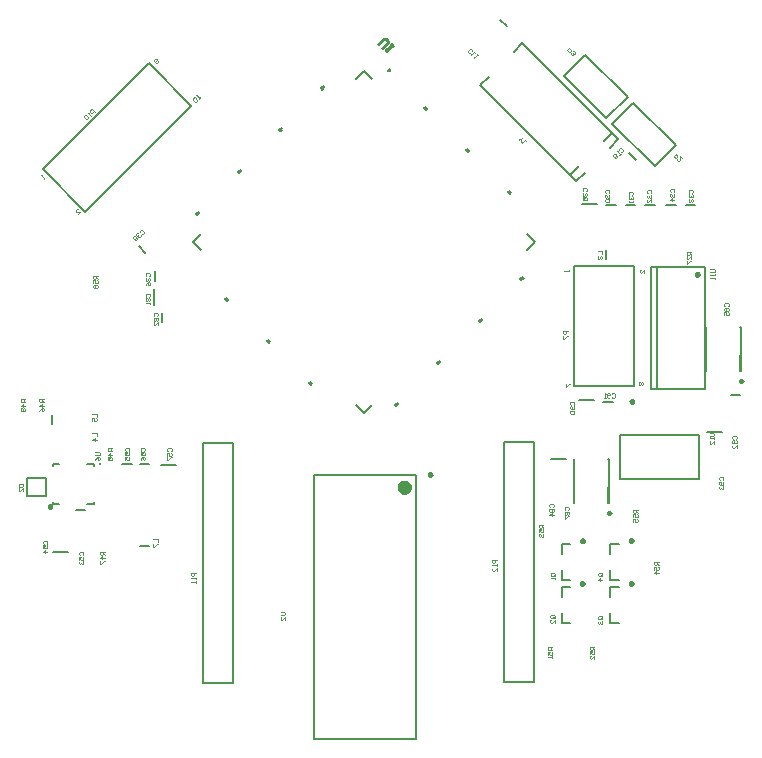
<source format=gbr>
%FSDAX24Y24*%
%MOIN*%
%SFA1B1*%

%IPPOS*%
%ADD27C,0.010000*%
%ADD60C,0.006000*%
%ADD61C,0.023600*%
%ADD62C,0.009800*%
%ADD63C,0.003900*%
%ADD64C,0.007900*%
%ADD65C,0.010000*%
%ADD66C,0.003000*%
%ADD70C,0.005000*%
%LNde-020717_legend_bot-1*%
%LPD*%
G54D60*
X013898Y023095D02*
D01*
X013897Y023097*
X013897Y023099*
X013897Y023101*
X013896Y023103*
X013896Y023105*
X013895Y023107*
X013894Y023109*
X013893Y023110*
X013892Y023112*
X013890Y023114*
X013889Y023115*
X013888Y023117*
X013886Y023118*
X013884Y023119*
X013883Y023120*
X013881Y023121*
X013879Y023122*
X013877Y023123*
X013875Y023124*
X013873Y023124*
X013871Y023124*
X013869Y023124*
X013866*
X013864Y023124*
X013862Y023124*
X013860Y023124*
X013858Y023123*
X013856Y023122*
X013854Y023121*
X013853Y023120*
X013851Y023119*
X013849Y023118*
X013847Y023117*
X013846Y023115*
X013845Y023114*
X013843Y023112*
X013842Y023110*
X013841Y023109*
X013840Y023107*
X013839Y023105*
X013839Y023103*
X013838Y023101*
X013838Y023099*
X013838Y023097*
X013838Y023095*
X013838Y023092*
X013838Y023090*
X013838Y023088*
X013839Y023086*
X013839Y023084*
X013840Y023082*
X013841Y023080*
X013842Y023079*
X013843Y023077*
X013845Y023075*
X013846Y023074*
X013847Y023072*
X013849Y023071*
X013851Y023070*
X013853Y023069*
X013854Y023068*
X013856Y023067*
X013858Y023066*
X013860Y023065*
X013862Y023065*
X013864Y023065*
X013866Y023065*
X013869*
X013871Y023065*
X013873Y023065*
X013875Y023065*
X013877Y023066*
X013879Y023067*
X013881Y023068*
X013883Y023069*
X013884Y023070*
X013886Y023071*
X013888Y023072*
X013889Y023074*
X013890Y023075*
X013892Y023077*
X013893Y023079*
X013894Y023080*
X013895Y023082*
X013896Y023084*
X013896Y023086*
X013897Y023088*
X013897Y023090*
X013897Y023092*
X013898Y023095*
X007323Y017373D02*
X007593Y017103D01*
X013017Y011679D02*
X013287Y011949D01*
X018442Y017643D02*
X018712Y017373D01*
X013017Y023067D02*
X013287Y022797D01*
X007323Y017373D02*
X007593Y017643D01*
X012748Y011949D02*
X013017Y011679D01*
X018442Y017103D02*
X018712Y017373D01*
X012748Y022797D02*
X013017Y023067D01*
G54D61*
X014477Y009196D02*
D01*
X014476Y009204*
X014475Y009212*
X014474Y009220*
X014472Y009228*
X014469Y009236*
X014466Y009243*
X014463Y009251*
X014459Y009258*
X014454Y009265*
X014449Y009271*
X014443Y009277*
X014437Y009283*
X014431Y009288*
X014424Y009293*
X014418Y009298*
X014410Y009302*
X014403Y009305*
X014395Y009308*
X014387Y009310*
X014379Y009312*
X014371Y009313*
X014363Y009313*
X014354*
X014346Y009313*
X014338Y009312*
X014330Y009310*
X014322Y009308*
X014314Y009305*
X014307Y009302*
X014300Y009298*
X014293Y009293*
X014286Y009288*
X014280Y009283*
X014274Y009277*
X014268Y009271*
X014263Y009265*
X014258Y009258*
X014254Y009251*
X014251Y009243*
X014248Y009236*
X014245Y009228*
X014243Y009220*
X014242Y009212*
X014241Y009204*
X014241Y009196*
X014241Y009187*
X014242Y009179*
X014243Y009171*
X014245Y009163*
X014248Y009155*
X014251Y009148*
X014254Y009140*
X014258Y009133*
X014263Y009126*
X014268Y009120*
X014274Y009114*
X014280Y009108*
X014286Y009103*
X014293Y009098*
X014300Y009093*
X014307Y009089*
X014314Y009086*
X014322Y009083*
X014330Y009081*
X014338Y009079*
X014346Y009078*
X014354Y009078*
X014363*
X014371Y009078*
X014379Y009079*
X014387Y009081*
X014395Y009083*
X014403Y009086*
X014410Y009089*
X014418Y009093*
X014424Y009098*
X014431Y009103*
X014437Y009108*
X014443Y009114*
X014449Y009120*
X014454Y009126*
X014459Y009133*
X014463Y009140*
X014466Y009148*
X014469Y009155*
X014472Y009163*
X014474Y009171*
X014475Y009179*
X014476Y009187*
X014477Y009196*
G54D62*
X015275Y009609D02*
D01*
X015274Y009612*
X015274Y009615*
X015273Y009619*
X015273Y009622*
X015272Y009625*
X015270Y009628*
X015269Y009632*
X015267Y009634*
X015265Y009637*
X015263Y009640*
X015261Y009643*
X015258Y009645*
X015256Y009647*
X015253Y009649*
X015250Y009651*
X015247Y009653*
X015244Y009654*
X015241Y009655*
X015237Y009656*
X015234Y009657*
X015231Y009657*
X015227Y009657*
X015224*
X015220Y009657*
X015217Y009657*
X015214Y009656*
X015210Y009655*
X015207Y009654*
X015204Y009653*
X015201Y009651*
X015198Y009649*
X015195Y009647*
X015193Y009645*
X015190Y009643*
X015188Y009640*
X015186Y009637*
X015184Y009634*
X015182Y009632*
X015181Y009628*
X015179Y009625*
X015178Y009622*
X015178Y009619*
X015177Y009615*
X015177Y009612*
X015177Y009609*
X015177Y009605*
X015177Y009602*
X015178Y009598*
X015178Y009595*
X015179Y009592*
X015181Y009589*
X015182Y009585*
X015184Y009583*
X015186Y009580*
X015188Y009577*
X015190Y009574*
X015193Y009572*
X015195Y009570*
X015198Y009568*
X015201Y009566*
X015204Y009564*
X015207Y009563*
X015210Y009562*
X015214Y009561*
X015217Y009560*
X015220Y009560*
X015224Y009560*
X015227*
X015231Y009560*
X015234Y009560*
X015237Y009561*
X015241Y009562*
X015244Y009563*
X015247Y009564*
X015250Y009566*
X015253Y009568*
X015256Y009570*
X015258Y009572*
X015261Y009574*
X015263Y009577*
X015265Y009580*
X015267Y009583*
X015269Y009585*
X015270Y009589*
X015272Y009592*
X015273Y009595*
X015273Y009598*
X015274Y009602*
X015274Y009605*
X015275Y009609*
X022004Y012060D02*
D01*
X022003Y012063*
X022003Y012066*
X022002Y012070*
X022002Y012073*
X022001Y012076*
X021999Y012079*
X021998Y012083*
X021996Y012085*
X021994Y012088*
X021992Y012091*
X021990Y012094*
X021987Y012096*
X021985Y012098*
X021982Y012100*
X021979Y012102*
X021976Y012104*
X021973Y012105*
X021970Y012106*
X021966Y012107*
X021963Y012108*
X021960Y012108*
X021956Y012108*
X021953*
X021949Y012108*
X021946Y012108*
X021943Y012107*
X021939Y012106*
X021936Y012105*
X021933Y012104*
X021930Y012102*
X021927Y012100*
X021924Y012098*
X021922Y012096*
X021919Y012094*
X021917Y012091*
X021915Y012088*
X021913Y012085*
X021911Y012083*
X021910Y012079*
X021908Y012076*
X021907Y012073*
X021907Y012070*
X021906Y012066*
X021906Y012063*
X021906Y012060*
X021906Y012056*
X021906Y012053*
X021907Y012049*
X021907Y012046*
X021908Y012043*
X021910Y012040*
X021911Y012036*
X021913Y012034*
X021915Y012031*
X021917Y012028*
X021919Y012025*
X021922Y012023*
X021924Y012021*
X021927Y012019*
X021930Y012017*
X021933Y012015*
X021936Y012014*
X021939Y012013*
X021943Y012012*
X021946Y012011*
X021949Y012011*
X021953Y012011*
X021956*
X021960Y012011*
X021963Y012011*
X021966Y012012*
X021970Y012013*
X021973Y012014*
X021976Y012015*
X021979Y012017*
X021982Y012019*
X021985Y012021*
X021987Y012023*
X021990Y012025*
X021992Y012028*
X021994Y012031*
X021996Y012034*
X021998Y012036*
X021999Y012040*
X022001Y012043*
X022002Y012046*
X022002Y012049*
X022003Y012053*
X022003Y012056*
X022004Y012060*
X024182Y016291D02*
D01*
X024181Y016294*
X024181Y016297*
X024180Y016301*
X024180Y016304*
X024179Y016307*
X024177Y016310*
X024176Y016314*
X024174Y016316*
X024172Y016319*
X024170Y016322*
X024168Y016325*
X024165Y016327*
X024163Y016329*
X024160Y016331*
X024157Y016333*
X024154Y016335*
X024151Y016336*
X024148Y016337*
X024144Y016338*
X024141Y016339*
X024138Y016339*
X024134Y016339*
X024131*
X024127Y016339*
X024124Y016339*
X024121Y016338*
X024117Y016337*
X024114Y016336*
X024111Y016335*
X024108Y016333*
X024105Y016331*
X024102Y016329*
X024100Y016327*
X024097Y016325*
X024095Y016322*
X024093Y016319*
X024091Y016316*
X024089Y016314*
X024088Y016310*
X024086Y016307*
X024085Y016304*
X024085Y016301*
X024084Y016297*
X024084Y016294*
X024084Y016291*
X024084Y016287*
X024084Y016284*
X024085Y016280*
X024085Y016277*
X024086Y016274*
X024088Y016271*
X024089Y016267*
X024091Y016265*
X024093Y016262*
X024095Y016259*
X024097Y016256*
X024100Y016254*
X024102Y016252*
X024105Y016250*
X024108Y016248*
X024111Y016246*
X024114Y016245*
X024117Y016244*
X024121Y016243*
X024124Y016242*
X024127Y016242*
X024131Y016242*
X024134*
X024138Y016242*
X024141Y016242*
X024144Y016243*
X024148Y016244*
X024151Y016245*
X024154Y016246*
X024157Y016248*
X024160Y016250*
X024163Y016252*
X024165Y016254*
X024168Y016256*
X024170Y016259*
X024172Y016262*
X024174Y016265*
X024176Y016267*
X024177Y016271*
X024179Y016274*
X024180Y016277*
X024180Y016280*
X024181Y016284*
X024181Y016287*
X024182Y016291*
X021976Y007409D02*
D01*
X021975Y007412*
X021975Y007415*
X021974Y007419*
X021974Y007422*
X021973Y007425*
X021971Y007428*
X021970Y007432*
X021968Y007434*
X021966Y007437*
X021964Y007440*
X021962Y007443*
X021959Y007445*
X021957Y007447*
X021954Y007449*
X021951Y007451*
X021948Y007453*
X021945Y007454*
X021942Y007455*
X021938Y007456*
X021935Y007457*
X021932Y007457*
X021928Y007457*
X021925*
X021921Y007457*
X021918Y007457*
X021915Y007456*
X021911Y007455*
X021908Y007454*
X021905Y007453*
X021902Y007451*
X021899Y007449*
X021896Y007447*
X021894Y007445*
X021891Y007443*
X021889Y007440*
X021887Y007437*
X021885Y007434*
X021883Y007432*
X021882Y007428*
X021880Y007425*
X021879Y007422*
X021879Y007419*
X021878Y007415*
X021878Y007412*
X021878Y007409*
X021878Y007405*
X021878Y007402*
X021879Y007398*
X021879Y007395*
X021880Y007392*
X021882Y007389*
X021883Y007385*
X021885Y007383*
X021887Y007380*
X021889Y007377*
X021891Y007374*
X021894Y007372*
X021896Y007370*
X021899Y007368*
X021902Y007366*
X021905Y007364*
X021908Y007363*
X021911Y007362*
X021915Y007361*
X021918Y007360*
X021921Y007360*
X021925Y007360*
X021928*
X021932Y007360*
X021935Y007360*
X021938Y007361*
X021942Y007362*
X021945Y007363*
X021948Y007364*
X021951Y007366*
X021954Y007368*
X021957Y007370*
X021959Y007372*
X021962Y007374*
X021964Y007377*
X021966Y007380*
X021968Y007383*
X021970Y007385*
X021971Y007389*
X021973Y007392*
X021974Y007395*
X021974Y007398*
X021975Y007402*
X021975Y007405*
X021976Y007409*
Y005983D02*
D01*
X021975Y005986*
X021975Y005989*
X021974Y005993*
X021974Y005996*
X021973Y005999*
X021971Y006002*
X021970Y006006*
X021968Y006008*
X021966Y006011*
X021964Y006014*
X021962Y006017*
X021959Y006019*
X021957Y006021*
X021954Y006023*
X021951Y006025*
X021948Y006027*
X021945Y006028*
X021942Y006029*
X021938Y006030*
X021935Y006031*
X021932Y006031*
X021928Y006031*
X021925*
X021921Y006031*
X021918Y006031*
X021915Y006030*
X021911Y006029*
X021908Y006028*
X021905Y006027*
X021902Y006025*
X021899Y006023*
X021896Y006021*
X021894Y006019*
X021891Y006017*
X021889Y006014*
X021887Y006011*
X021885Y006008*
X021883Y006006*
X021882Y006002*
X021880Y005999*
X021879Y005996*
X021879Y005993*
X021878Y005989*
X021878Y005986*
X021878Y005983*
X021878Y005979*
X021878Y005976*
X021879Y005972*
X021879Y005969*
X021880Y005966*
X021882Y005963*
X021883Y005959*
X021885Y005957*
X021887Y005954*
X021889Y005951*
X021891Y005948*
X021894Y005946*
X021896Y005944*
X021899Y005942*
X021902Y005940*
X021905Y005938*
X021908Y005937*
X021911Y005936*
X021915Y005935*
X021918Y005934*
X021921Y005934*
X021925Y005934*
X021928*
X021932Y005934*
X021935Y005934*
X021938Y005935*
X021942Y005936*
X021945Y005937*
X021948Y005938*
X021951Y005940*
X021954Y005942*
X021957Y005944*
X021959Y005946*
X021962Y005948*
X021964Y005951*
X021966Y005954*
X021968Y005957*
X021970Y005959*
X021971Y005963*
X021973Y005966*
X021974Y005969*
X021974Y005972*
X021975Y005976*
X021975Y005979*
X021976Y005983*
X020349D02*
D01*
X020348Y005986*
X020348Y005989*
X020347Y005993*
X020347Y005996*
X020346Y005999*
X020344Y006002*
X020343Y006006*
X020341Y006008*
X020339Y006011*
X020337Y006014*
X020335Y006017*
X020332Y006019*
X020330Y006021*
X020327Y006023*
X020324Y006025*
X020321Y006027*
X020318Y006028*
X020315Y006029*
X020311Y006030*
X020308Y006031*
X020305Y006031*
X020301Y006031*
X020298*
X020294Y006031*
X020291Y006031*
X020288Y006030*
X020284Y006029*
X020281Y006028*
X020278Y006027*
X020275Y006025*
X020272Y006023*
X020269Y006021*
X020267Y006019*
X020264Y006017*
X020262Y006014*
X020260Y006011*
X020258Y006008*
X020256Y006006*
X020255Y006002*
X020253Y005999*
X020252Y005996*
X020252Y005993*
X020251Y005989*
X020251Y005986*
X020251Y005983*
X020251Y005979*
X020251Y005976*
X020252Y005972*
X020252Y005969*
X020253Y005966*
X020255Y005963*
X020256Y005959*
X020258Y005957*
X020260Y005954*
X020262Y005951*
X020264Y005948*
X020267Y005946*
X020269Y005944*
X020272Y005942*
X020275Y005940*
X020278Y005938*
X020281Y005937*
X020284Y005936*
X020288Y005935*
X020291Y005934*
X020294Y005934*
X020298Y005934*
X020301*
X020305Y005934*
X020308Y005934*
X020311Y005935*
X020315Y005936*
X020318Y005937*
X020321Y005938*
X020324Y005940*
X020327Y005942*
X020330Y005944*
X020332Y005946*
X020335Y005948*
X020337Y005951*
X020339Y005954*
X020341Y005957*
X020343Y005959*
X020344Y005963*
X020346Y005966*
X020347Y005969*
X020347Y005972*
X020348Y005976*
X020348Y005979*
X020349Y005983*
X020363Y007409D02*
D01*
X020362Y007412*
X020362Y007415*
X020361Y007419*
X020361Y007422*
X020360Y007425*
X020358Y007428*
X020357Y007432*
X020355Y007434*
X020353Y007437*
X020351Y007440*
X020349Y007443*
X020346Y007445*
X020344Y007447*
X020341Y007449*
X020338Y007451*
X020335Y007453*
X020332Y007454*
X020329Y007455*
X020325Y007456*
X020322Y007457*
X020319Y007457*
X020315Y007457*
X020312*
X020308Y007457*
X020305Y007457*
X020302Y007456*
X020298Y007455*
X020295Y007454*
X020292Y007453*
X020289Y007451*
X020286Y007449*
X020283Y007447*
X020281Y007445*
X020278Y007443*
X020276Y007440*
X020274Y007437*
X020272Y007434*
X020270Y007432*
X020269Y007428*
X020267Y007425*
X020266Y007422*
X020266Y007419*
X020265Y007415*
X020265Y007412*
X020265Y007409*
X020265Y007405*
X020265Y007402*
X020266Y007398*
X020266Y007395*
X020267Y007392*
X020269Y007389*
X020270Y007385*
X020272Y007383*
X020274Y007380*
X020276Y007377*
X020278Y007374*
X020281Y007372*
X020283Y007370*
X020286Y007368*
X020289Y007366*
X020292Y007364*
X020295Y007363*
X020298Y007362*
X020302Y007361*
X020305Y007360*
X020308Y007360*
X020312Y007360*
X020315*
X020319Y007360*
X020322Y007360*
X020325Y007361*
X020329Y007362*
X020332Y007363*
X020335Y007364*
X020338Y007366*
X020341Y007368*
X020344Y007370*
X020346Y007372*
X020349Y007374*
X020351Y007377*
X020353Y007380*
X020355Y007383*
X020357Y007385*
X020358Y007389*
X020360Y007392*
X020361Y007395*
X020361Y007398*
X020362Y007402*
X020362Y007405*
X020363Y007409*
X002606Y008556D02*
D01*
X002605Y008559*
X002605Y008562*
X002604Y008566*
X002604Y008569*
X002603Y008572*
X002601Y008575*
X002600Y008579*
X002598Y008581*
X002596Y008584*
X002594Y008587*
X002592Y008590*
X002589Y008592*
X002587Y008594*
X002584Y008596*
X002581Y008598*
X002578Y008600*
X002575Y008601*
X002572Y008602*
X002568Y008603*
X002565Y008604*
X002562Y008604*
X002558Y008604*
X002555*
X002551Y008604*
X002548Y008604*
X002545Y008603*
X002541Y008602*
X002538Y008601*
X002535Y008600*
X002532Y008598*
X002529Y008596*
X002526Y008594*
X002524Y008592*
X002521Y008590*
X002519Y008587*
X002517Y008584*
X002515Y008581*
X002513Y008579*
X002512Y008575*
X002510Y008572*
X002509Y008569*
X002509Y008566*
X002508Y008562*
X002508Y008559*
X002508Y008556*
X002508Y008552*
X002508Y008549*
X002509Y008545*
X002509Y008542*
X002510Y008539*
X002512Y008536*
X002513Y008532*
X002515Y008530*
X002517Y008527*
X002519Y008524*
X002521Y008521*
X002524Y008519*
X002526Y008517*
X002529Y008515*
X002532Y008513*
X002535Y008511*
X002538Y008510*
X002541Y008509*
X002545Y008508*
X002548Y008507*
X002551Y008507*
X002555Y008507*
X002558*
X002562Y008507*
X002565Y008507*
X002568Y008508*
X002572Y008509*
X002575Y008510*
X002578Y008511*
X002581Y008513*
X002584Y008515*
X002587Y008517*
X002589Y008519*
X002592Y008521*
X002594Y008524*
X002596Y008527*
X002598Y008530*
X002600Y008532*
X002601Y008536*
X002603Y008539*
X002604Y008542*
X002604Y008545*
X002605Y008549*
X002605Y008552*
X002606Y008556*
X021240Y008337D02*
D01*
X021239Y008340*
X021239Y008343*
X021238Y008347*
X021238Y008350*
X021237Y008353*
X021235Y008356*
X021234Y008360*
X021232Y008362*
X021230Y008365*
X021228Y008368*
X021226Y008371*
X021223Y008373*
X021221Y008375*
X021218Y008377*
X021215Y008379*
X021212Y008381*
X021209Y008382*
X021206Y008383*
X021202Y008384*
X021199Y008385*
X021196Y008385*
X021192Y008385*
X021189*
X021185Y008385*
X021182Y008385*
X021179Y008384*
X021175Y008383*
X021172Y008382*
X021169Y008381*
X021166Y008379*
X021163Y008377*
X021160Y008375*
X021158Y008373*
X021155Y008371*
X021153Y008368*
X021151Y008365*
X021149Y008362*
X021147Y008360*
X021146Y008356*
X021144Y008353*
X021143Y008350*
X021143Y008347*
X021142Y008343*
X021142Y008340*
X021142Y008337*
X021142Y008333*
X021142Y008330*
X021143Y008326*
X021143Y008323*
X021144Y008320*
X021146Y008317*
X021147Y008313*
X021149Y008311*
X021151Y008308*
X021153Y008305*
X021155Y008302*
X021158Y008300*
X021160Y008298*
X021163Y008296*
X021166Y008294*
X021169Y008292*
X021172Y008291*
X021175Y008290*
X021179Y008289*
X021182Y008288*
X021185Y008288*
X021189Y008288*
X021192*
X021196Y008288*
X021199Y008288*
X021202Y008289*
X021206Y008290*
X021209Y008291*
X021212Y008292*
X021215Y008294*
X021218Y008296*
X021221Y008298*
X021223Y008300*
X021226Y008302*
X021228Y008305*
X021230Y008308*
X021232Y008311*
X021234Y008313*
X021235Y008317*
X021237Y008320*
X021238Y008323*
X021238Y008326*
X021239Y008330*
X021239Y008333*
X021240Y008337*
X025640Y012737D02*
D01*
X025639Y012740*
X025639Y012743*
X025638Y012747*
X025638Y012750*
X025637Y012753*
X025635Y012756*
X025634Y012760*
X025632Y012762*
X025630Y012765*
X025628Y012768*
X025626Y012771*
X025623Y012773*
X025621Y012775*
X025618Y012777*
X025615Y012779*
X025612Y012781*
X025609Y012782*
X025606Y012783*
X025602Y012784*
X025599Y012785*
X025596Y012785*
X025592Y012785*
X025589*
X025585Y012785*
X025582Y012785*
X025579Y012784*
X025575Y012783*
X025572Y012782*
X025569Y012781*
X025566Y012779*
X025563Y012777*
X025560Y012775*
X025558Y012773*
X025555Y012771*
X025553Y012768*
X025551Y012765*
X025549Y012762*
X025547Y012760*
X025546Y012756*
X025544Y012753*
X025543Y012750*
X025543Y012747*
X025542Y012743*
X025542Y012740*
X025542Y012737*
X025542Y012733*
X025542Y012730*
X025543Y012726*
X025543Y012723*
X025544Y012720*
X025546Y012717*
X025547Y012713*
X025549Y012711*
X025551Y012708*
X025553Y012705*
X025555Y012702*
X025558Y012700*
X025560Y012698*
X025563Y012696*
X025566Y012694*
X025569Y012692*
X025572Y012691*
X025575Y012690*
X025579Y012689*
X025582Y012688*
X025585Y012688*
X025589Y012688*
X025592*
X025596Y012688*
X025599Y012688*
X025602Y012689*
X025606Y012690*
X025609Y012691*
X025612Y012692*
X025615Y012694*
X025618Y012696*
X025621Y012698*
X025623Y012700*
X025626Y012702*
X025628Y012705*
X025630Y012708*
X025632Y012711*
X025634Y012713*
X025635Y012717*
X025637Y012720*
X025638Y012723*
X025638Y012726*
X025639Y012730*
X025639Y012733*
X025640Y012737*
G54D63*
X004226Y009979D02*
D01*
X004225Y009980*
X004225Y009981*
X004225Y009983*
X004225Y009984*
X004224Y009985*
X004224Y009987*
X004223Y009988*
X004222Y009989*
X004222Y009990*
X004221Y009991*
X004220Y009992*
X004219Y009993*
X004218Y009994*
X004217Y009995*
X004216Y009996*
X004214Y009996*
X004213Y009997*
X004212Y009998*
X004210Y009998*
X004209Y009998*
X004208Y009998*
X004206Y009998*
X004205*
X004203Y009998*
X004202Y009998*
X004201Y009998*
X004199Y009998*
X004198Y009997*
X004197Y009996*
X004196Y009996*
X004194Y009995*
X004193Y009994*
X004192Y009993*
X004191Y009992*
X004190Y009991*
X004189Y009990*
X004189Y009989*
X004188Y009988*
X004187Y009987*
X004187Y009985*
X004186Y009984*
X004186Y009983*
X004186Y009981*
X004186Y009980*
X004186Y009979*
X004186Y009977*
X004186Y009976*
X004186Y009974*
X004186Y009973*
X004187Y009972*
X004187Y009970*
X004188Y009969*
X004189Y009968*
X004189Y009967*
X004190Y009966*
X004191Y009965*
X004192Y009964*
X004193Y009963*
X004194Y009962*
X004196Y009961*
X004197Y009961*
X004198Y009960*
X004199Y009959*
X004201Y009959*
X004202Y009959*
X004203Y009959*
X004205Y009959*
X004206*
X004208Y009959*
X004209Y009959*
X004210Y009959*
X004212Y009959*
X004213Y009960*
X004214Y009961*
X004216Y009961*
X004217Y009962*
X004218Y009963*
X004219Y009964*
X004220Y009965*
X004221Y009966*
X004222Y009967*
X004222Y009968*
X004223Y009969*
X004224Y009970*
X004224Y009972*
X004225Y009973*
X004225Y009974*
X004225Y009976*
X004225Y009977*
X004226Y009979*
G54D64*
X002322Y019793D02*
X005857Y023328D01*
X003736Y018379D02*
X007271Y021914D01*
X002322Y019793D02*
X003736Y018379D01*
X005857Y023328D02*
X007271Y021914D01*
X018700Y002700D02*
Y010700D01*
X017700Y002700D02*
X018700D01*
X017700D02*
Y010700D01*
X018700*
X011367Y000810D02*
X014753D01*
X011367Y009590D02*
X014753D01*
X011367Y000810D02*
Y009590D01*
X014753Y000810D02*
Y009590D01*
X008670Y002660D02*
Y010660D01*
X007670Y002660D02*
X008670D01*
X007670Y010660D02*
Y002660D01*
Y010660D02*
X008670D01*
X021081Y016793D02*
Y017107D01*
X005543Y007231D02*
X005857D01*
X002631Y011293D02*
Y011607D01*
X019896Y019612D02*
X020174Y019890D01*
X021010Y020726D02*
X021288Y021004D01*
X016903Y022605D02*
X017182Y022883D01*
X020105Y019403D02*
X020383Y019682D01*
X021218Y020517D02*
X021497Y020795D01*
X016903Y022605D02*
X020105Y019403D01*
X018017Y023718D02*
X018295Y023997D01*
X021497Y020795*
X021541Y009482D02*
Y010938D01*
X024179*
Y009482*
X021541D02*
X024179D01*
X022578Y012453D02*
Y016547D01*
Y012453D02*
X024389D01*
Y016547*
X022578D02*
X024389D01*
X022775Y012453D02*
Y016547D01*
X004009Y009910D02*
Y009979D01*
X003802D02*
X004009D01*
Y008621D02*
Y008690D01*
X003802Y008621D02*
X004009D01*
X002651Y008690D02*
Y008621D01*
X002858*
X002651Y009910D02*
Y009979D01*
X002858*
X021238Y006424D02*
Y006109D01*
X021513*
X021238Y006976D02*
Y007291D01*
X021513*
X021238Y004683D02*
Y004998D01*
Y004683D02*
X021513D01*
X021238Y005550D02*
Y005865D01*
X021513*
X019611Y004683D02*
Y004998D01*
Y004683D02*
X019887D01*
X019611Y005550D02*
Y005865D01*
X019887*
X019624Y006109D02*
Y006424D01*
Y006109D02*
X019900D01*
X019624Y006976D02*
Y007291D01*
X019900*
X020393Y023614D02*
X021807Y022200D01*
X021100Y021493D02*
X021807Y022200D01*
X019686Y022907D02*
X021100Y021493D01*
X019686Y022907D02*
X020393Y023614D01*
X021293Y021300D02*
X022707Y019886D01*
X021293Y021300D02*
X022000Y022007D01*
X023414Y020593*
X022707Y019886D02*
X023414Y020593D01*
X001785Y008893D02*
X002415D01*
Y009507*
X001785Y008893D02*
Y009507D01*
X002415*
X019244Y010148D02*
X019756D01*
X024444Y011048D02*
X024956D01*
X025243Y012269D02*
X025557D01*
X020993Y012049D02*
X021307D01*
X020174Y012088D02*
X020686D01*
X021171Y009203D02*
Y008672D01*
Y010128D02*
X021191D01*
X020029Y008672D02*
Y009203D01*
X020009Y010128D02*
X020029D01*
X021191Y008672D02*
Y010128D01*
X020009Y008672D02*
Y010128D01*
X025571Y013603D02*
Y013072D01*
Y014528D02*
X025591D01*
X024429Y013072D02*
Y013603D01*
X024409Y014528D02*
X024429D01*
X025591D02*
Y013072D01*
X024409Y014528D02*
Y013072D01*
X006281Y014693D02*
Y015007D01*
X006032Y015284D02*
Y015796D01*
X006244Y009948D02*
X006756D01*
X005543Y009969D02*
X005857D01*
X004963D02*
X005277D01*
X002644Y007052D02*
X003156D01*
X003423Y008419D02*
X003737D01*
X005515Y017238D02*
X005738Y017015D01*
X006041Y016073D02*
Y016387D01*
X020294Y018648D02*
X020806D01*
X023093Y018595D02*
X023407D01*
X023743D02*
X024057D01*
X022393D02*
X022707D01*
X021743D02*
X022057D01*
X021093D02*
X021407D01*
X021862Y020335D02*
X022085Y020112D01*
X017562Y024785D02*
X017785Y024562D01*
X020030Y012560D02*
X022030D01*
X020030Y016560D02*
X022030D01*
Y012560D02*
Y016560D01*
X020030Y012560D02*
Y016560D01*
G54D65*
X013498Y023968D02*
X013675Y024145D01*
X013745*
X013816Y024074*
Y024003*
X013639Y023827*
X013922Y023968D02*
X013993Y023897D01*
X013957Y023933*
X013745Y023721*
Y023791*
G54D66*
X019810Y014400D02*
X019660D01*
Y014325*
X019685Y014300*
X019735*
X019760Y014325*
Y014400*
X019660Y014250D02*
Y014150D01*
X019685*
X019785Y014250*
X019810*
X003970Y010990D02*
X004120D01*
Y010890*
Y010765D02*
X003970D01*
X004045Y010840*
Y010740*
X004050Y021700D02*
X003944Y021806D01*
X003891Y021753*
Y021718*
X003926Y021682*
X003962*
X004015Y021735*
X003944Y021594D02*
X003909Y021559D01*
X003926Y021576*
X003820Y021682*
X003856*
X003767Y021594D02*
X003732D01*
X003697Y021559*
Y021523*
X003767Y021453*
X003803*
X003838Y021488*
Y021523*
X003767Y021594*
X016562Y023661D02*
X016527D01*
X016492Y023696*
Y023732*
X016562Y023802*
X016598*
X016633Y023767*
Y023732*
X016686Y023714D02*
X016721Y023679D01*
X016704Y023696*
X016598Y023590*
Y023626*
X016774D02*
X016810Y023590D01*
X016792Y023608*
X016686Y023502*
Y023537*
X021521Y020428D02*
Y020463D01*
X021556Y020498*
X021592*
X021662Y020428*
Y020392*
X021627Y020357*
X021592*
X021574Y020304D02*
X021539Y020269D01*
X021556Y020286*
X021450Y020392*
X021486*
X021397Y020304D02*
X021362D01*
X021327Y020269*
Y020233*
X021344Y020216*
X021380*
Y020180*
X021397Y020163*
X021433*
X021468Y020198*
Y020233*
X021450Y020251*
X021415*
Y020286*
X021397Y020304*
X021415Y020251D02*
X021380Y020216D01*
X021075Y019000D02*
X021050Y019025D01*
Y019075*
X021075Y019100*
X021175*
X021200Y019075*
Y019025*
X021175Y019000*
X021075Y018950D02*
X021050Y018925D01*
Y018875*
X021075Y018850*
X021100*
X021125Y018875*
Y018900*
Y018875*
X021150Y018850*
X021175*
X021200Y018875*
Y018925*
X021175Y018950*
X021075Y018800D02*
X021050Y018775D01*
Y018725*
X021075Y018700*
X021175*
X021200Y018725*
Y018775*
X021175Y018800*
X021075*
X021865Y018940D02*
X021840Y018965D01*
Y019015*
X021865Y019040*
X021965*
X021990Y019015*
Y018965*
X021965Y018940*
X021865Y018890D02*
X021840Y018865D01*
Y018815*
X021865Y018790*
X021890*
X021915Y018815*
Y018840*
Y018815*
X021940Y018790*
X021965*
X021990Y018815*
Y018865*
X021965Y018890*
X021990Y018740D02*
Y018690D01*
Y018715*
X021840*
X021865Y018740*
X022475Y018990D02*
X022450Y019015D01*
Y019065*
X022475Y019090*
X022575*
X022600Y019065*
Y019015*
X022575Y018990*
X022475Y018940D02*
X022450Y018915D01*
Y018865*
X022475Y018840*
X022500*
X022525Y018865*
Y018890*
Y018865*
X022550Y018840*
X022575*
X022600Y018865*
Y018915*
X022575Y018940*
X022600Y018690D02*
Y018790D01*
X022500Y018690*
X022475*
X022450Y018715*
Y018765*
X022475Y018790*
X023865Y019010D02*
X023840Y019035D01*
Y019085*
X023865Y019110*
X023965*
X023990Y019085*
Y019035*
X023965Y019010*
X023865Y018960D02*
X023840Y018935D01*
Y018885*
X023865Y018860*
X023890*
X023915Y018885*
Y018910*
Y018885*
X023940Y018860*
X023965*
X023990Y018885*
Y018935*
X023965Y018960*
X023865Y018810D02*
X023840Y018785D01*
Y018735*
X023865Y018710*
X023890*
X023915Y018735*
Y018760*
Y018735*
X023940Y018710*
X023965*
X023990Y018735*
Y018785*
X023965Y018810*
X023245Y019030D02*
X023220Y019055D01*
Y019105*
X023245Y019130*
X023345*
X023370Y019105*
Y019055*
X023345Y019030*
X023245Y018980D02*
X023220Y018955D01*
Y018905*
X023245Y018880*
X023270*
X023295Y018905*
Y018930*
Y018905*
X023320Y018880*
X023345*
X023370Y018905*
Y018955*
X023345Y018980*
X023370Y018755D02*
X023220D01*
X023295Y018830*
Y018730*
X020335Y019060D02*
X020310Y019085D01*
Y019135*
X020335Y019160*
X020435*
X020460Y019135*
Y019085*
X020435Y019060*
X020335Y019010D02*
X020310Y018985D01*
Y018935*
X020335Y018910*
X020360*
X020385Y018935*
Y018960*
Y018935*
X020410Y018910*
X020435*
X020460Y018935*
Y018985*
X020435Y019010*
X020310Y018760D02*
Y018860D01*
X020385*
X020360Y018810*
Y018785*
X020385Y018760*
X020435*
X020460Y018785*
Y018835*
X020435Y018860*
X005765Y016220D02*
X005740Y016245D01*
Y016295*
X005765Y016320*
X005865*
X005890Y016295*
Y016245*
X005865Y016220*
X005765Y016170D02*
X005740Y016145D01*
Y016095*
X005765Y016070*
X005790*
X005815Y016095*
Y016120*
Y016095*
X005840Y016070*
X005865*
X005890Y016095*
Y016145*
X005865Y016170*
X005740Y015920D02*
X005765Y015970D01*
X005815Y016020*
X005865*
X005890Y015995*
Y015945*
X005865Y015920*
X005840*
X005815Y015945*
Y016020*
X005541Y017708D02*
Y017743D01*
X005576Y017778*
X005612*
X005682Y017708*
Y017672*
X005647Y017637*
X005612*
X005506Y017672D02*
X005470D01*
X005435Y017637*
Y017602*
X005453Y017584*
X005488*
X005506Y017602*
X005488Y017584*
Y017549*
X005506Y017531*
X005541*
X005576Y017566*
Y017602*
X005400Y017566D02*
X005364D01*
X005329Y017531*
Y017496*
X005347Y017478*
X005382*
Y017443*
X005400Y017425*
X005435*
X005470Y017460*
Y017496*
X005453Y017513*
X005417*
Y017549*
X005400Y017566*
X005417Y017513D02*
X005382Y017478D01*
X003545Y006930D02*
X003520Y006955D01*
Y007005*
X003545Y007030*
X003645*
X003670Y007005*
Y006955*
X003645Y006930*
X003520Y006780D02*
Y006880D01*
X003595*
X003570Y006830*
Y006805*
X003595Y006780*
X003645*
X003670Y006805*
Y006855*
X003645Y006880*
X003545Y006730D02*
X003520Y006705D01*
Y006655*
X003545Y006630*
X003570*
X003595Y006655*
Y006680*
Y006655*
X003620Y006630*
X003645*
X003670Y006655*
Y006705*
X003645Y006730*
X002345Y007310D02*
X002320Y007335D01*
Y007385*
X002345Y007410*
X002445*
X002470Y007385*
Y007335*
X002445Y007310*
X002320Y007160D02*
Y007260D01*
X002395*
X002370Y007210*
Y007185*
X002395Y007160*
X002445*
X002470Y007185*
Y007235*
X002445Y007260*
X002470Y007035D02*
X002320D01*
X002395Y007110*
Y007010*
X005075Y010410D02*
X005050Y010435D01*
Y010485*
X005075Y010510*
X005175*
X005200Y010485*
Y010435*
X005175Y010410*
X005050Y010260D02*
Y010360D01*
X005125*
X005100Y010310*
Y010285*
X005125Y010260*
X005175*
X005200Y010285*
Y010335*
X005175Y010360*
X005050Y010110D02*
Y010210D01*
X005125*
X005100Y010160*
Y010135*
X005125Y010110*
X005175*
X005200Y010135*
Y010185*
X005175Y010210*
X005605Y010410D02*
X005580Y010435D01*
Y010485*
X005605Y010510*
X005705*
X005730Y010485*
Y010435*
X005705Y010410*
X005580Y010260D02*
Y010360D01*
X005655*
X005630Y010310*
Y010285*
X005655Y010260*
X005705*
X005730Y010285*
Y010335*
X005705Y010360*
X005580Y010110D02*
X005605Y010160D01*
X005655Y010210*
X005705*
X005730Y010185*
Y010135*
X005705Y010110*
X005680*
X005655Y010135*
Y010210*
X006485Y010390D02*
X006460Y010415D01*
Y010465*
X006485Y010490*
X006585*
X006610Y010465*
Y010415*
X006585Y010390*
X006460Y010240D02*
Y010340D01*
X006535*
X006510Y010290*
Y010265*
X006535Y010240*
X006585*
X006610Y010265*
Y010315*
X006585Y010340*
X006460Y010190D02*
Y010090D01*
X006485*
X006585Y010190*
X006610*
X005765Y015550D02*
X005740Y015575D01*
Y015625*
X005765Y015650*
X005865*
X005890Y015625*
Y015575*
X005865Y015550*
X005765Y015500D02*
X005740Y015475D01*
Y015425*
X005765Y015400*
X005790*
X005815Y015425*
X005840Y015400*
X005865*
X005890Y015425*
Y015475*
X005865Y015500*
X005840*
X005815Y015475*
X005790Y015500*
X005765*
X005815Y015475D02*
Y015425D01*
X005890Y015350D02*
Y015300D01*
Y015325*
X005740*
X005765Y015350*
X006035Y014899D02*
X006010Y014924D01*
Y014974*
X006035Y014999*
X006135*
X006160Y014974*
Y014924*
X006135Y014899*
X006035Y014849D02*
X006010Y014824D01*
Y014774*
X006035Y014749*
X006060*
X006085Y014774*
X006110Y014749*
X006135*
X006160Y014774*
Y014824*
X006135Y014849*
X006110*
X006085Y014824*
X006060Y014849*
X006035*
X006085Y014824D02*
Y014774D01*
X006160Y014599D02*
Y014699D01*
X006060Y014599*
X006035*
X006010Y014624*
Y014674*
X006035Y014699*
X025055Y015220D02*
X025030Y015245D01*
Y015295*
X025055Y015320*
X025155*
X025180Y015295*
Y015245*
X025155Y015220*
X025055Y015170D02*
X025030Y015145D01*
Y015095*
X025055Y015070*
X025080*
X025105Y015095*
X025130Y015070*
X025155*
X025180Y015095*
Y015145*
X025155Y015170*
X025130*
X025105Y015145*
X025080Y015170*
X025055*
X025105Y015145D02*
Y015095D01*
X025030Y014920D02*
Y015020D01*
X025105*
X025080Y014970*
Y014945*
X025105Y014920*
X025155*
X025180Y014945*
Y014995*
X025155Y015020*
X019735Y008430D02*
X019710Y008455D01*
Y008505*
X019735Y008530*
X019835*
X019860Y008505*
Y008455*
X019835Y008430*
X019735Y008380D02*
X019710Y008355D01*
Y008305*
X019735Y008280*
X019760*
X019785Y008305*
X019810Y008280*
X019835*
X019860Y008305*
Y008355*
X019835Y008380*
X019810*
X019785Y008355*
X019760Y008380*
X019735*
X019785Y008355D02*
Y008305D01*
X019710Y008230D02*
Y008130D01*
X019735*
X019835Y008230*
X019860*
X019910Y011950D02*
X019885Y011975D01*
Y012025*
X019910Y012050*
X020010*
X020035Y012025*
Y011975*
X020010Y011950*
Y011900D02*
X020035Y011875D01*
Y011825*
X020010Y011800*
X019910*
X019885Y011825*
Y011875*
X019910Y011900*
X019935*
X019960Y011875*
Y011800*
X019910Y011750D02*
X019885Y011725D01*
Y011675*
X019910Y011650*
X020010*
X020035Y011675*
Y011725*
X020010Y011750*
X019910*
X021280Y012305D02*
X021305Y012330D01*
X021355*
X021380Y012305*
Y012205*
X021355Y012180*
X021305*
X021280Y012205*
X021230D02*
X021205Y012180D01*
X021155*
X021130Y012205*
Y012305*
X021155Y012330*
X021205*
X021230Y012305*
Y012280*
X021205Y012255*
X021130*
X021080Y012180D02*
X021030D01*
X021055*
Y012330*
X021080Y012305*
X025315Y010810D02*
X025290Y010835D01*
Y010885*
X025315Y010910*
X025415*
X025440Y010885*
Y010835*
X025415Y010810*
Y010760D02*
X025440Y010735D01*
Y010685*
X025415Y010660*
X025315*
X025290Y010685*
Y010735*
X025315Y010760*
X025340*
X025365Y010735*
Y010660*
X025440Y010510D02*
Y010610D01*
X025340Y010510*
X025315*
X025290Y010535*
Y010585*
X025315Y010610*
X024875Y009430D02*
X024850Y009455D01*
Y009505*
X024875Y009530*
X024975*
X025000Y009505*
Y009455*
X024975Y009430*
Y009380D02*
X025000Y009355D01*
Y009305*
X024975Y009280*
X024875*
X024850Y009305*
Y009355*
X024875Y009380*
X024900*
X024925Y009355*
Y009280*
X024875Y009230D02*
X024850Y009205D01*
Y009155*
X024875Y009130*
X024900*
X024925Y009155*
Y009180*
Y009155*
X024950Y009130*
X024975*
X025000Y009155*
Y009205*
X024975Y009230*
X019225Y008530D02*
X019200Y008555D01*
Y008605*
X019225Y008630*
X019325*
X019350Y008605*
Y008555*
X019325Y008530*
Y008480D02*
X019350Y008455D01*
Y008405*
X019325Y008380*
X019225*
X019200Y008405*
Y008455*
X019225Y008480*
X019250*
X019275Y008455*
Y008380*
X019350Y008255D02*
X019200D01*
X019275Y008330*
Y008230*
X001510Y009310D02*
X001660D01*
Y009235*
X001635Y009210*
X001535*
X001510Y009235*
Y009310*
X001660Y009060D02*
Y009160D01*
X001560Y009060*
X001535*
X001510Y009085*
Y009135*
X001535Y009160*
X023450Y020340D02*
X023344Y020234D01*
X023397Y020181*
X023432*
X023468Y020216*
Y020252*
X023415Y020305*
X023627Y020163D02*
X023556Y020234D01*
Y020093*
X023538Y020075*
X023503*
X023468Y020110*
Y020146*
X019900Y023860D02*
X019794Y023754D01*
X019847Y023701*
X019882*
X019918Y023736*
Y023772*
X019865Y023825*
X019918Y023666D02*
Y023630D01*
X019953Y023595*
X019988*
X020006Y023613*
Y023648*
X019988Y023666*
X020006Y023648*
X020041*
X020059Y023666*
Y023701*
X020024Y023736*
X019988*
X019365Y006230D02*
X019265D01*
X019240Y006255*
Y006305*
X019265Y006330*
X019365*
X019390Y006305*
Y006255*
X019340Y006280D02*
X019390Y006230D01*
Y006255D02*
X019365Y006230D01*
X019390Y006180D02*
Y006130D01*
Y006155*
X019240*
X019265Y006180*
X019355Y004830D02*
X019255D01*
X019230Y004855*
Y004905*
X019255Y004930*
X019355*
X019380Y004905*
Y004855*
X019330Y004880D02*
X019380Y004830D01*
Y004855D02*
X019355Y004830D01*
X019380Y004680D02*
Y004780D01*
X019280Y004680*
X019255*
X019230Y004705*
Y004755*
X019255Y004780*
X020945Y004790D02*
X020845D01*
X020820Y004815*
Y004865*
X020845Y004890*
X020945*
X020970Y004865*
Y004815*
X020920Y004840D02*
X020970Y004790D01*
Y004815D02*
X020945Y004790D01*
X020845Y004740D02*
X020820Y004715D01*
Y004665*
X020845Y004640*
X020870*
X020895Y004665*
Y004690*
Y004665*
X020920Y004640*
X020945*
X020970Y004665*
Y004715*
X020945Y004740*
Y006230D02*
X020845D01*
X020820Y006255*
Y006305*
X020845Y006330*
X020945*
X020970Y006305*
Y006255*
X020920Y006280D02*
X020970Y006230D01*
Y006255D02*
X020945Y006230D01*
X020970Y006105D02*
X020820D01*
X020895Y006180*
Y006080*
X023930Y017050D02*
X023780D01*
Y016975*
X023805Y016950*
X023855*
X023880Y016975*
Y017050*
Y017000D02*
X023930Y016950D01*
Y016800D02*
Y016900D01*
X023830Y016800*
X023805*
X023780Y016825*
Y016875*
X023805Y016900*
X023780Y016750D02*
Y016650D01*
X023805*
X023905Y016750*
X023930*
X004630Y010490D02*
X004480D01*
Y010415*
X004505Y010390*
X004555*
X004580Y010415*
Y010490*
Y010440D02*
X004630Y010390D01*
Y010265D02*
X004480D01*
X004555Y010340*
Y010240*
X004480Y010090D02*
Y010190D01*
X004555*
X004530Y010140*
Y010115*
X004555Y010090*
X004605*
X004630Y010115*
Y010165*
X004605Y010190*
X002350Y012130D02*
X002200D01*
Y012055*
X002225Y012030*
X002275*
X002300Y012055*
Y012130*
Y012080D02*
X002350Y012030D01*
Y011905D02*
X002200D01*
X002275Y011980*
Y011880*
X002200Y011730D02*
X002225Y011780D01*
X002275Y011830*
X002325*
X002350Y011805*
Y011755*
X002325Y011730*
X002300*
X002275Y011755*
Y011830*
X004380Y007050D02*
X004230D01*
Y006975*
X004255Y006950*
X004305*
X004330Y006975*
Y007050*
Y007000D02*
X004380Y006950D01*
Y006825D02*
X004230D01*
X004305Y006900*
Y006800*
X004230Y006750D02*
Y006650D01*
X004255*
X004355Y006750*
X004380*
X001730Y012120D02*
X001580D01*
Y012045*
X001605Y012020*
X001655*
X001680Y012045*
Y012120*
Y012070D02*
X001730Y012020D01*
Y011895D02*
X001580D01*
X001655Y011970*
Y011870*
X001605Y011820D02*
X001580Y011795D01*
Y011745*
X001605Y011720*
X001630*
X001655Y011745*
X001680Y011720*
X001705*
X001730Y011745*
Y011795*
X001705Y011820*
X001680*
X001655Y011795*
X001630Y011820*
X001605*
X001655Y011795D02*
Y011745D01*
X019300Y003860D02*
X019150D01*
Y003785*
X019175Y003760*
X019225*
X019250Y003785*
Y003860*
Y003810D02*
X019300Y003760D01*
X019150Y003610D02*
Y003710D01*
X019225*
X019200Y003660*
Y003635*
X019225Y003610*
X019275*
X019300Y003635*
Y003685*
X019275Y003710*
X019300Y003560D02*
Y003510D01*
Y003535*
X019150*
X019175Y003560*
X020700Y003880D02*
X020550D01*
Y003805*
X020575Y003780*
X020625*
X020650Y003805*
Y003880*
Y003830D02*
X020700Y003780D01*
X020550Y003630D02*
Y003730D01*
X020625*
X020600Y003680*
Y003655*
X020625Y003630*
X020675*
X020700Y003655*
Y003705*
X020675Y003730*
X020700Y003480D02*
Y003580D01*
X020600Y003480*
X020575*
X020550Y003505*
Y003555*
X020575Y003580*
X019000Y007950D02*
X018850D01*
Y007875*
X018875Y007850*
X018925*
X018950Y007875*
Y007950*
Y007900D02*
X019000Y007850D01*
X018850Y007700D02*
Y007800D01*
X018925*
X018900Y007750*
Y007725*
X018925Y007700*
X018975*
X019000Y007725*
Y007775*
X018975Y007800*
X018875Y007650D02*
X018850Y007625D01*
Y007575*
X018875Y007550*
X018900*
X018925Y007575*
Y007600*
Y007575*
X018950Y007550*
X018975*
X019000Y007575*
Y007625*
X018975Y007650*
X022840Y006700D02*
X022690D01*
Y006625*
X022715Y006600*
X022765*
X022790Y006625*
Y006700*
Y006650D02*
X022840Y006600D01*
X022690Y006450D02*
Y006550D01*
X022765*
X022740Y006500*
Y006475*
X022765Y006450*
X022815*
X022840Y006475*
Y006525*
X022815Y006550*
X022840Y006325D02*
X022690D01*
X022765Y006400*
Y006300*
X022140Y008440D02*
X021990D01*
Y008365*
X022015Y008340*
X022065*
X022090Y008365*
Y008440*
Y008390D02*
X022140Y008340D01*
X021990Y008190D02*
Y008290D01*
X022065*
X022040Y008240*
Y008215*
X022065Y008190*
X022115*
X022140Y008215*
Y008265*
X022115Y008290*
X021990Y008040D02*
Y008140D01*
X022065*
X022040Y008090*
Y008065*
X022065Y008040*
X022115*
X022140Y008065*
Y008115*
X022115Y008140*
X004140Y016240D02*
X003990D01*
Y016165*
X004015Y016140*
X004065*
X004090Y016165*
Y016240*
Y016190D02*
X004140Y016140D01*
X003990Y015990D02*
Y016090D01*
X004065*
X004040Y016040*
Y016015*
X004065Y015990*
X004115*
X004140Y016015*
Y016065*
X004115Y016090*
X004015Y015940D02*
X003990Y015915D01*
Y015865*
X004015Y015840*
X004040*
X004065Y015865*
X004090Y015840*
X004115*
X004140Y015865*
Y015915*
X004115Y015940*
X004090*
X004065Y015915*
X004040Y015940*
X004015*
X004065Y015915D02*
Y015865D01*
X004070Y010360D02*
X004195D01*
X004220Y010335*
Y010285*
X004195Y010260*
X004070*
Y010110D02*
X004095Y010160D01*
X004145Y010210*
X004195*
X004220Y010185*
Y010135*
X004195Y010110*
X004170*
X004145Y010135*
Y010210*
X024570Y016460D02*
X024695D01*
X024720Y016435*
Y016385*
X024695Y016360*
X024570*
X024720Y016310D02*
Y016260D01*
Y016285*
X024570*
X024595Y016310*
X024720Y016185D02*
Y016135D01*
Y016160*
X024570*
X024595Y016185*
X024540Y011010D02*
X024665D01*
X024690Y010985*
Y010935*
X024665Y010910*
X024540*
X024690Y010860D02*
Y010810D01*
Y010835*
X024540*
X024565Y010860*
X024690Y010635D02*
Y010735D01*
X024590Y010635*
X024565*
X024540Y010660*
Y010710*
X024565Y010735*
X018174Y020784D02*
X018192Y020802D01*
X018262*
Y020731*
X018245Y020713*
X018262Y020802D02*
X018315Y020855D01*
X018386Y020784D02*
X018421Y020749D01*
X018404Y020766*
X018298Y020660*
Y020696*
X003960Y011650D02*
X004110D01*
Y011550*
X003960Y011400D02*
Y011500D01*
X004035*
X004010Y011450*
Y011425*
X004035Y011400*
X004085*
X004110Y011425*
Y011475*
X004085Y011500*
X006000Y007460D02*
X006150D01*
Y007360*
X006000Y007310D02*
Y007210D01*
X006025*
X006125Y007310*
X006150*
X020813Y017060D02*
X020963D01*
Y016960*
X020838Y016910D02*
X020813Y016885D01*
Y016835*
X020838Y016810*
X020863*
X020888Y016835*
Y016860*
Y016835*
X020913Y016810*
X020938*
X020963Y016835*
Y016885*
X020938Y016910*
X007410Y006330D02*
X007260D01*
Y006255*
X007285Y006230*
X007335*
X007360Y006255*
Y006330*
X007410Y006180D02*
Y006130D01*
Y006155*
X007260*
X007285Y006180*
X007410Y006055D02*
Y006005D01*
Y006030*
X007260*
X007285Y006055*
X010240Y005030D02*
X010365D01*
X010390Y005005*
Y004955*
X010365Y004930*
X010240*
X010390Y004780D02*
Y004880D01*
X010290Y004780*
X010265*
X010240Y004805*
Y004855*
X010265Y004880*
X017440Y006780D02*
X017290D01*
Y006705*
X017315Y006680*
X017365*
X017390Y006705*
Y006780*
X017440Y006630D02*
Y006580D01*
Y006605*
X017290*
X017315Y006630*
X017440Y006405D02*
Y006505D01*
X017340Y006405*
X017315*
X017290Y006430*
Y006480*
X017315Y006505*
X007561Y022187D02*
X007526Y022152D01*
X007544Y022169*
X007438Y022275*
X007473*
X007385Y022187D02*
X007349D01*
X007314Y022152*
Y022116*
X007385Y022046*
X007420*
X007455Y022081*
Y022116*
X007385Y022187*
X006162Y023408D02*
Y023372D01*
X006127Y023337*
X006092*
X006021Y023408*
Y023443*
X006056Y023478*
X006092*
X006109Y023461*
Y023425*
X006056Y023372*
X002380Y019510D02*
X002345Y019475D01*
X002362Y019492*
X002256Y019598*
X002292*
X003499Y018299D02*
X003570Y018370D01*
X003429*
X003411Y018388*
Y018423*
X003446Y018458*
X003482*
X022205Y012700D02*
X022180Y012675D01*
Y012625*
X022205Y012600*
X022230*
X022255Y012625*
X022280Y012600*
X022305*
X022330Y012625*
Y012675*
X022305Y012700*
X022280*
X022255Y012675*
X022230Y012700*
X022205*
X022255Y012675D02*
Y012625D01*
X019740Y012630D02*
Y012530D01*
X019765*
X019865Y012630*
X019890*
X019850Y016440D02*
Y016390D01*
Y016415*
X019700*
X019725Y016440*
X022370Y016350D02*
Y016450D01*
X022270Y016350*
X022245*
X022220Y016375*
Y016425*
X022245Y016450*
G54D70*
X016948Y014765D02*
X016878Y014694D01*
X016842Y014730*
X016913Y014800*
X016948Y014765*
G54D27*
X016877Y014765D02*
X016877D01*
X016913Y014765*
X016877Y014765*
G54D70*
X008496Y015425D02*
X008461Y015390D01*
X008390Y015461*
X008425Y015496*
X008496Y015425*
G54D27*
X008461Y015443D02*
X008461Y015461D01*
X008461Y015425*
X008461Y015443*
G54D70*
X018340Y016157D02*
X018270Y016086D01*
X018234Y016122*
X018305Y016192*
X018340Y016157*
G54D27*
X018269Y016157D02*
X018269D01*
X018305Y016157*
X018269Y016157*
G54D70*
X009887Y014033D02*
X009852Y013998D01*
X009782Y014069*
X009817Y014104*
X009887Y014033*
G54D27*
X009834Y014069D02*
X009852Y014069D01*
X009817Y014069*
X009834Y014069*
G54D70*
X014164Y011981D02*
X014094Y011910D01*
X014058Y011946*
X014129Y012016*
X014164Y011981*
G54D27*
X014093Y011981D02*
X014093D01*
X014129Y011981*
X014093Y011981*
G54D70*
X011279Y012641D02*
X011244Y012606D01*
X011174Y012677*
X011209Y012712*
X011279Y012641*
G54D27*
X011226Y012677D02*
X011244Y012677D01*
X011209Y012677*
X011226Y012677*
G54D70*
X015556Y013373D02*
X015486Y013302D01*
X015450Y013338*
X015521Y013408*
X015556Y013373*
G54D27*
X015485Y013373D02*
X015485D01*
X015521Y013373*
X015485Y013373*
G54D70*
X010305Y021130D02*
X010234Y021059D01*
X010199Y021094*
X010270Y021165*
X010305Y021130*
G54D27*
X010234Y021130D02*
X010234Y021129D01*
X010234Y021094*
X010258Y021106*
X010234Y021130*
G54D70*
X015138Y021790D02*
X015104Y021755D01*
X015033Y021826*
X015068Y021861*
X015138Y021790*
G54D27*
X015103Y021807D02*
X015103Y021826D01*
X015103Y021790*
X015103Y021807*
G54D70*
X011697Y022521D02*
X011626Y022451D01*
X011591Y022486*
X011662Y022556*
X011697Y022521*
G54D27*
X011626Y022521D02*
X011626D01*
X011662Y022521*
X011626Y022521*
G54D70*
X016530Y020398D02*
X016496Y020363D01*
X016425Y020434*
X016460Y020469*
X016530Y020398*
G54D27*
X016495Y020415D02*
X016495Y020434D01*
X016495Y020398*
X016495Y020415*
G54D70*
X007521Y018346D02*
X007451Y018275D01*
X007415Y018311*
X007486Y018381*
X007521Y018346*
G54D27*
X007450Y018346D02*
X007450D01*
X007486Y018346*
X007450Y018346*
G54D70*
X017922Y019006D02*
X017887Y018971D01*
X017817Y019042*
X017852Y019077*
X017922Y019006*
G54D27*
X017869Y019042D02*
X017887Y019042D01*
X017852Y019042*
X017869Y019042*
G54D70*
X008913Y019738D02*
X008843Y019667D01*
X008807Y019703*
X008878Y019773*
X008913Y019738*
G54D27*
X008842Y019738D02*
X008842D01*
X008878Y019738*
X008842Y019738*
M02*
</source>
